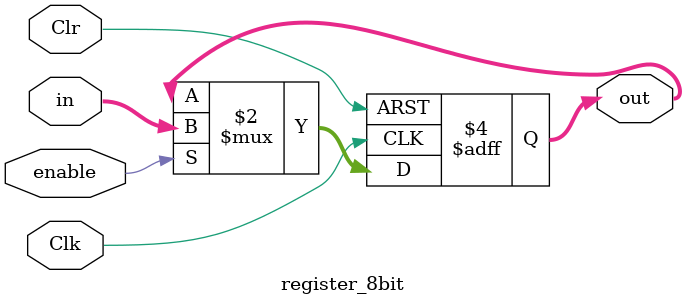
<source format=v>
module register_8bit(output reg[7:0] out, input wire[7:0] in, input wire enable, Clr, Clk);

always @ (posedge Clk, posedge Clr)
	if(Clr) 			// Clr = 1, writes 0 on every bit of the register
		out <= 32'h00000000;
	else if(enable) 
		out <= in; 
endmodule

</source>
